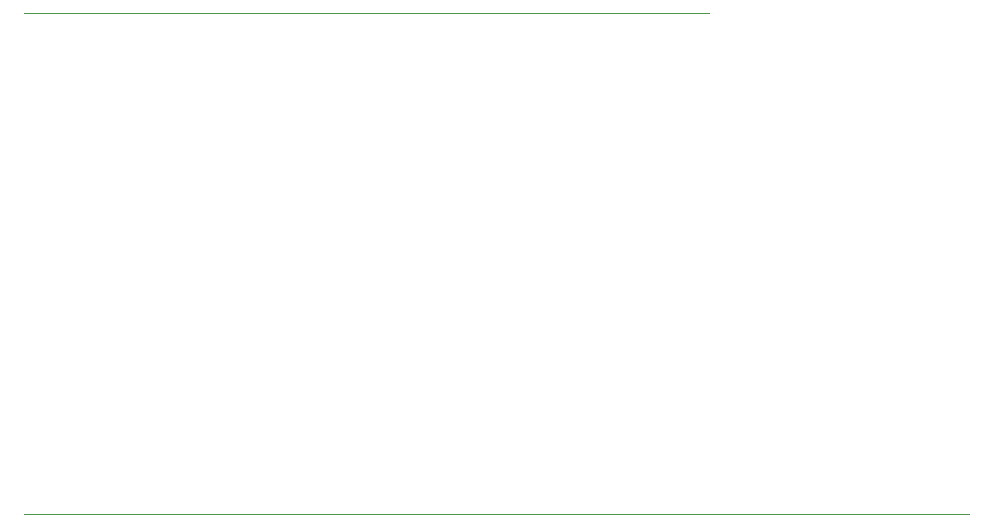
<source format=gbo>
G04 #@! TF.GenerationSoftware,KiCad,Pcbnew,(5.1.10)-1*
G04 #@! TF.CreationDate,2022-01-19T22:21:47+01:00*
G04 #@! TF.ProjectId,ELFlatPanel,454c466c-6174-4506-916e-656c2e6b6963,3.0*
G04 #@! TF.SameCoordinates,Original*
G04 #@! TF.FileFunction,Legend,Bot*
G04 #@! TF.FilePolarity,Positive*
%FSLAX46Y46*%
G04 Gerber Fmt 4.6, Leading zero omitted, Abs format (unit mm)*
G04 Created by KiCad (PCBNEW (5.1.10)-1) date 2022-01-19 22:21:47*
%MOMM*%
%LPD*%
G01*
G04 APERTURE LIST*
%ADD10C,0.120000*%
%ADD11R,1.700000X1.700000*%
%ADD12C,1.700000*%
%ADD13C,3.500000*%
%ADD14C,2.200000*%
%ADD15R,1.600000X1.600000*%
%ADD16O,1.600000X1.600000*%
%ADD17O,1.700000X1.700000*%
%ADD18R,3.500000X3.500000*%
%ADD19O,1.700000X2.000000*%
%ADD20O,1.950000X1.700000*%
%ADD21C,1.524000*%
G04 APERTURE END LIST*
D10*
X86400000Y-116500000D02*
X166400000Y-116500000D01*
X86400000Y-74100000D02*
X144400000Y-74100000D01*
%LPC*%
D11*
X100300000Y-84900000D03*
D12*
X100300000Y-82400000D03*
X98300000Y-82400000D03*
X98300000Y-84900000D03*
D13*
X95590000Y-89670000D03*
X95590000Y-77630000D03*
D14*
X114200000Y-105900000D03*
X163500000Y-112900000D03*
X140900000Y-88500000D03*
D15*
X162100000Y-93000000D03*
D16*
X129080000Y-108240000D03*
X159560000Y-93000000D03*
X131620000Y-108240000D03*
X157020000Y-93000000D03*
X134160000Y-108240000D03*
X154480000Y-93000000D03*
X136700000Y-108240000D03*
X151940000Y-93000000D03*
X139240000Y-108240000D03*
X149400000Y-93000000D03*
X141780000Y-108240000D03*
X146860000Y-93000000D03*
X144320000Y-108240000D03*
X144320000Y-93000000D03*
X146860000Y-108240000D03*
X141780000Y-93000000D03*
X149400000Y-108240000D03*
X139240000Y-93000000D03*
X151940000Y-108240000D03*
X136700000Y-93000000D03*
X154480000Y-108240000D03*
X134160000Y-93000000D03*
X157020000Y-108240000D03*
X131620000Y-93000000D03*
X159560000Y-108240000D03*
X129080000Y-93000000D03*
X162100000Y-108240000D03*
X126540000Y-93000000D03*
X126540000Y-108240000D03*
D11*
X108000000Y-84600000D03*
D17*
X108000000Y-82060000D03*
X108000000Y-79520000D03*
X108000000Y-76980000D03*
D18*
X98800000Y-108400000D03*
G36*
G01*
X91300000Y-109400000D02*
X91300000Y-107400000D01*
G75*
G02*
X92050000Y-106650000I750000J0D01*
G01*
X93550000Y-106650000D01*
G75*
G02*
X94300000Y-107400000I0J-750000D01*
G01*
X94300000Y-109400000D01*
G75*
G02*
X93550000Y-110150000I-750000J0D01*
G01*
X92050000Y-110150000D01*
G75*
G02*
X91300000Y-109400000I0J750000D01*
G01*
G37*
G36*
G01*
X94050000Y-113975000D02*
X94050000Y-112225000D01*
G75*
G02*
X94925000Y-111350000I875000J0D01*
G01*
X96675000Y-111350000D01*
G75*
G02*
X97550000Y-112225000I0J-875000D01*
G01*
X97550000Y-113975000D01*
G75*
G02*
X96675000Y-114850000I-875000J0D01*
G01*
X94925000Y-114850000D01*
G75*
G02*
X94050000Y-113975000I0J875000D01*
G01*
G37*
G36*
G01*
X89850000Y-97550000D02*
X89850000Y-96050000D01*
G75*
G02*
X90100000Y-95800000I250000J0D01*
G01*
X91300000Y-95800000D01*
G75*
G02*
X91550000Y-96050000I0J-250000D01*
G01*
X91550000Y-97550000D01*
G75*
G02*
X91300000Y-97800000I-250000J0D01*
G01*
X90100000Y-97800000D01*
G75*
G02*
X89850000Y-97550000I0J250000D01*
G01*
G37*
D19*
X93200000Y-96800000D03*
D17*
X120640000Y-113500000D03*
D11*
X118100000Y-113500000D03*
X127100000Y-113500000D03*
D17*
X129640000Y-113500000D03*
G36*
G01*
X139675000Y-76650000D02*
X141125000Y-76650000D01*
G75*
G02*
X141375000Y-76900000I0J-250000D01*
G01*
X141375000Y-78100000D01*
G75*
G02*
X141125000Y-78350000I-250000J0D01*
G01*
X139675000Y-78350000D01*
G75*
G02*
X139425000Y-78100000I0J250000D01*
G01*
X139425000Y-76900000D01*
G75*
G02*
X139675000Y-76650000I250000J0D01*
G01*
G37*
D20*
X140400000Y-80000000D03*
X140400000Y-82500000D03*
D11*
X156200000Y-111900000D03*
D17*
X156200000Y-114440000D03*
D21*
X113729000Y-89604000D03*
X113729000Y-78336000D03*
X113729000Y-87000000D03*
X113729000Y-75796000D03*
X132271000Y-75796000D03*
X132271000Y-78336000D03*
X132271000Y-87064000D03*
X132271000Y-89604000D03*
M02*

</source>
